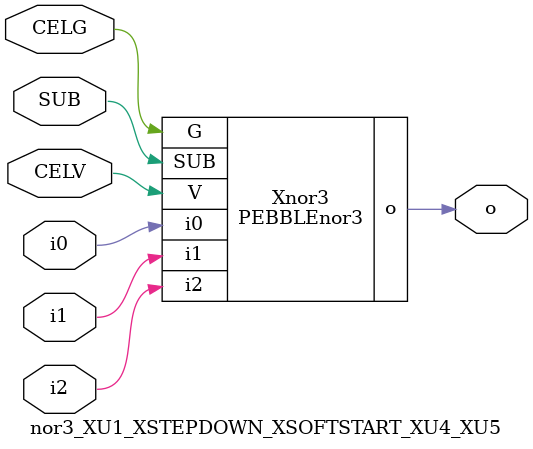
<source format=v>



module PEBBLEnor3 ( o, G, SUB, V, i0, i1, i2 );

  input i0;
  input V;
  input i2;
  input i1;
  input G;
  output o;
  input SUB;
endmodule

//Celera Confidential Do Not Copy nor3_XU1_XSTEPDOWN_XSOFTSTART_XU4_XU5
//Celera Confidential Symbol Generator
//NOR3
module nor3_XU1_XSTEPDOWN_XSOFTSTART_XU4_XU5 (CELV,CELG,i0,i1,i2,o,SUB);
input CELV;
input CELG;
input i0;
input i1;
input i2;
input SUB;
output o;

//Celera Confidential Do Not Copy nor3
PEBBLEnor3 Xnor3(
.V (CELV),
.i0 (i0),
.i1 (i1),
.i2 (i2),
.o (o),
.SUB (SUB),
.G (CELG)
);
//,diesize,PEBBLEnor3

//Celera Confidential Do Not Copy Module End
//Celera Schematic Generator
endmodule

</source>
